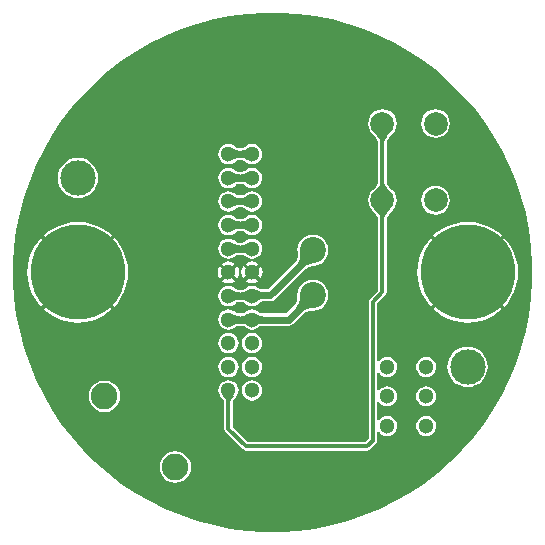
<source format=gtl>
G04*
G04 #@! TF.GenerationSoftware,Altium Limited,Altium Designer,20.1.8 (145)*
G04*
G04 Layer_Physical_Order=1*
G04 Layer_Color=255*
%FSTAX43Y43*%
%MOMM*%
G71*
G04*
G04 #@! TF.SameCoordinates,A8A15C78-E013-4D0F-9F8A-AB315E05CE4F*
G04*
G04*
G04 #@! TF.FilePolarity,Positive*
G04*
G01*
G75*
%ADD16C,0.600*%
%ADD17C,0.300*%
%ADD18C,1.300*%
%ADD19C,2.200*%
%ADD20C,3.000*%
%ADD21C,2.000*%
%ADD22C,2.250*%
%ADD23C,8.000*%
G36*
X0097157Y0096897D02*
X0098584Y0096709D01*
X0099996Y0096428D01*
X0101387Y0096055D01*
X010275Y0095593D01*
X0104081Y0095042D01*
X0105372Y0094405D01*
X0106619Y0093685D01*
X0107816Y0092885D01*
X0108958Y0092008D01*
X0110041Y0091059D01*
X0111059Y0090041D01*
X0112008Y0088958D01*
X0112885Y0087816D01*
X0113685Y0086619D01*
X0114405Y0085372D01*
X0115042Y0084081D01*
X0115593Y008275D01*
X0116055Y0081387D01*
X0116428Y0079996D01*
X0116709Y0078584D01*
X0116897Y0077157D01*
X0116991Y007572D01*
Y0075D01*
Y007428D01*
X0116897Y0072843D01*
X0116709Y0071416D01*
X0116428Y0070004D01*
X0116055Y0068613D01*
X0115593Y0067249D01*
X0115042Y0065919D01*
X0114405Y0064628D01*
X0113685Y0063381D01*
X0112885Y0062184D01*
X0112008Y0061042D01*
X0111059Y0059959D01*
X0110041Y0058941D01*
X0108958Y0057992D01*
X0107816Y0057115D01*
X0106619Y0056315D01*
X0105372Y0055595D01*
X0104081Y0054958D01*
X010275Y0054407D01*
X0101387Y0053945D01*
X0099996Y0053572D01*
X0098584Y0053291D01*
X0097157Y0053103D01*
X009572Y0053009D01*
X009428D01*
X0092843Y0053103D01*
X0091416Y0053291D01*
X0090004Y0053572D01*
X0088613Y0053945D01*
X008725Y0054407D01*
X0085919Y0054958D01*
X0084628Y0055595D01*
X0083381Y0056315D01*
X0082184Y0057115D01*
X0081042Y0057992D01*
X0079959Y0058941D01*
X0078941Y0059959D01*
X0077992Y0061042D01*
X0077115Y0062184D01*
X0076315Y0063381D01*
X0075595Y0064628D01*
X0074958Y0065919D01*
X0074407Y0067249D01*
X0073945Y0068613D01*
X0073572Y0070004D01*
X0073291Y0071416D01*
X0073103Y0072843D01*
X0073009Y007428D01*
Y0075D01*
Y007572D01*
X0073103Y0077157D01*
X0073291Y0078584D01*
X0073572Y0079996D01*
X0073945Y0081387D01*
X0074407Y008275D01*
X0074958Y0084081D01*
X0075595Y0085372D01*
X0076315Y0086619D01*
X0077115Y0087816D01*
X0077992Y0088958D01*
X0078941Y0090041D01*
X0079959Y0091059D01*
X0081042Y0092008D01*
X0082184Y0092885D01*
X0083381Y0093685D01*
X0084628Y0094405D01*
X0085919Y0095042D01*
X008725Y0095593D01*
X0088613Y0096055D01*
X0090004Y0096428D01*
X0091416Y0096709D01*
X0092843Y0096897D01*
X009428Y0096991D01*
X009572D01*
X0097157Y0096897D01*
D02*
G37*
%LPC*%
G36*
X0108789Y0088805D02*
X0108476Y0088764D01*
X0108184Y0088643D01*
X0107933Y0088451D01*
X0107741Y00882D01*
X010762Y0087908D01*
X0107579Y0087595D01*
X010762Y0087282D01*
X0107741Y008699D01*
X0107933Y0086739D01*
X0108184Y0086547D01*
X0108476Y0086426D01*
X0108789Y0086385D01*
X0109102Y0086426D01*
X0109394Y0086547D01*
X0109645Y0086739D01*
X0109837Y008699D01*
X0109958Y0087282D01*
X011Y0087595D01*
X0109958Y0087908D01*
X0109837Y00882D01*
X0109645Y0088451D01*
X0109394Y0088643D01*
X0109102Y0088764D01*
X0108789Y0088805D01*
D02*
G37*
G36*
X009325Y0085857D02*
X0093028Y0085828D01*
X0092821Y0085742D01*
X0092644Y0085606D01*
X0092632Y008559D01*
X0092625Y0085584D01*
X0092606Y0085571D01*
X0092583Y0085558D01*
X0092556Y0085545D01*
X0092524Y0085534D01*
X0092486Y0085524D01*
X0092446Y0085516D01*
X0092385Y008551D01*
X00921D01*
X0092057Y0085515D01*
X0092014Y0085524D01*
X0091976Y0085534D01*
X0091944Y0085545D01*
X0091917Y0085558D01*
X0091894Y0085571D01*
X0091875Y0085584D01*
X0091868Y008559D01*
X0091856Y0085606D01*
X0091679Y0085742D01*
X0091472Y0085828D01*
X009125Y0085857D01*
X0091028Y0085828D01*
X0090821Y0085742D01*
X0090644Y0085606D01*
X0090508Y0085429D01*
X0090422Y0085222D01*
X0090393Y0085D01*
X0090422Y0084778D01*
X0090508Y0084571D01*
X0090644Y0084394D01*
X0090821Y0084258D01*
X0091028Y0084172D01*
X009125Y0084143D01*
X0091472Y0084172D01*
X0091679Y0084258D01*
X0091856Y0084394D01*
X0091868Y008441D01*
X0091875Y0084416D01*
X0091894Y0084429D01*
X0091917Y0084442D01*
X0091944Y0084455D01*
X0091976Y0084466D01*
X0092014Y0084476D01*
X0092054Y0084484D01*
X0092115Y008449D01*
X00924D01*
X0092443Y0084485D01*
X0092486Y0084476D01*
X0092524Y0084466D01*
X0092556Y0084455D01*
X0092583Y0084442D01*
X0092606Y0084429D01*
X0092625Y0084416D01*
X0092632Y008441D01*
X0092644Y0084394D01*
X0092821Y0084258D01*
X0093028Y0084172D01*
X009325Y0084143D01*
X0093472Y0084172D01*
X0093679Y0084258D01*
X0093856Y0084394D01*
X0093992Y0084571D01*
X0094078Y0084778D01*
X0094107Y0085D01*
X0094078Y0085222D01*
X0093992Y0085429D01*
X0093856Y0085606D01*
X0093679Y0085742D01*
X0093472Y0085828D01*
X009325Y0085857D01*
D02*
G37*
G36*
Y0083857D02*
X0093028Y0083828D01*
X0092821Y0083742D01*
X0092644Y0083606D01*
X0092632Y008359D01*
X0092625Y0083584D01*
X0092606Y0083571D01*
X0092583Y0083558D01*
X0092556Y0083545D01*
X0092524Y0083534D01*
X0092486Y0083524D01*
X0092446Y0083516D01*
X0092385Y008351D01*
X00921D01*
X0092057Y0083515D01*
X0092014Y0083524D01*
X0091976Y0083534D01*
X0091944Y0083545D01*
X0091917Y0083558D01*
X0091894Y0083571D01*
X0091875Y0083584D01*
X0091868Y008359D01*
X0091856Y0083606D01*
X0091679Y0083742D01*
X0091472Y0083828D01*
X009125Y0083857D01*
X0091028Y0083828D01*
X0090821Y0083742D01*
X0090644Y0083606D01*
X0090508Y0083429D01*
X0090422Y0083222D01*
X0090393Y0083D01*
X0090422Y0082778D01*
X0090508Y0082571D01*
X0090644Y0082394D01*
X0090821Y0082258D01*
X0091028Y0082172D01*
X009125Y0082143D01*
X0091472Y0082172D01*
X0091679Y0082258D01*
X0091856Y0082394D01*
X0091868Y008241D01*
X0091875Y0082416D01*
X0091894Y0082429D01*
X0091917Y0082442D01*
X0091944Y0082455D01*
X0091976Y0082466D01*
X0092014Y0082476D01*
X0092054Y0082484D01*
X0092115Y008249D01*
X00924D01*
X0092443Y0082485D01*
X0092486Y0082476D01*
X0092524Y0082466D01*
X0092556Y0082455D01*
X0092583Y0082442D01*
X0092606Y0082429D01*
X0092625Y0082416D01*
X0092632Y008241D01*
X0092644Y0082394D01*
X0092821Y0082258D01*
X0093028Y0082172D01*
X009325Y0082143D01*
X0093472Y0082172D01*
X0093679Y0082258D01*
X0093856Y0082394D01*
X0093992Y0082571D01*
X0094078Y0082778D01*
X0094107Y0083D01*
X0094078Y0083222D01*
X0093992Y0083429D01*
X0093856Y0083606D01*
X0093679Y0083742D01*
X0093472Y0083828D01*
X009325Y0083857D01*
D02*
G37*
G36*
Y0081857D02*
X0093028Y0081828D01*
X0092821Y0081742D01*
X0092644Y0081606D01*
X0092632Y008159D01*
X0092625Y0081584D01*
X0092606Y0081571D01*
X0092583Y0081558D01*
X0092556Y0081545D01*
X0092524Y0081534D01*
X0092486Y0081524D01*
X0092446Y0081516D01*
X0092385Y008151D01*
X00921D01*
X0092057Y0081515D01*
X0092014Y0081524D01*
X0091976Y0081534D01*
X0091944Y0081545D01*
X0091917Y0081558D01*
X0091894Y0081571D01*
X0091875Y0081584D01*
X0091868Y008159D01*
X0091856Y0081606D01*
X0091679Y0081742D01*
X0091472Y0081828D01*
X009125Y0081857D01*
X0091028Y0081828D01*
X0090821Y0081742D01*
X0090644Y0081606D01*
X0090508Y0081429D01*
X0090422Y0081222D01*
X0090393Y0081D01*
X0090422Y0080778D01*
X0090508Y0080571D01*
X0090644Y0080394D01*
X0090821Y0080258D01*
X0091028Y0080172D01*
X009125Y0080143D01*
X0091472Y0080172D01*
X0091679Y0080258D01*
X0091856Y0080394D01*
X0091868Y008041D01*
X0091875Y0080416D01*
X0091894Y0080429D01*
X0091917Y0080442D01*
X0091944Y0080455D01*
X0091976Y0080466D01*
X0092014Y0080476D01*
X0092054Y0080484D01*
X0092115Y008049D01*
X00924D01*
X0092443Y0080485D01*
X0092486Y0080476D01*
X0092524Y0080466D01*
X0092556Y0080455D01*
X0092583Y0080442D01*
X0092606Y0080429D01*
X0092625Y0080416D01*
X0092632Y008041D01*
X0092644Y0080394D01*
X0092821Y0080258D01*
X0093028Y0080172D01*
X009325Y0080143D01*
X0093472Y0080172D01*
X0093679Y0080258D01*
X0093856Y0080394D01*
X0093992Y0080571D01*
X0094078Y0080778D01*
X0094107Y0081D01*
X0094078Y0081222D01*
X0093992Y0081429D01*
X0093856Y0081606D01*
X0093679Y0081742D01*
X0093472Y0081828D01*
X009325Y0081857D01*
D02*
G37*
G36*
X00785Y0084708D02*
X0078167Y0084675D01*
X0077846Y0084578D01*
X0077551Y008442D01*
X0077292Y0084208D01*
X007708Y0083949D01*
X0076922Y0083654D01*
X0076825Y0083333D01*
X0076792Y0083D01*
X0076825Y0082667D01*
X0076922Y0082346D01*
X007708Y0082051D01*
X0077292Y0081792D01*
X0077551Y008158D01*
X0077846Y0081422D01*
X0078167Y0081325D01*
X00785Y0081292D01*
X0078833Y0081325D01*
X0079154Y0081422D01*
X0079449Y008158D01*
X0079708Y0081792D01*
X007992Y0082051D01*
X0080078Y0082346D01*
X0080175Y0082667D01*
X0080208Y0083D01*
X0080175Y0083333D01*
X0080078Y0083654D01*
X007992Y0083949D01*
X0079708Y0084208D01*
X0079449Y008442D01*
X0079154Y0084578D01*
X0078833Y0084675D01*
X00785Y0084708D01*
D02*
G37*
G36*
X0108789Y0082305D02*
X0108476Y0082264D01*
X0108184Y0082143D01*
X0107933Y0081951D01*
X0107741Y00817D01*
X010762Y0081408D01*
X0107579Y0081095D01*
X010762Y0080782D01*
X0107741Y008049D01*
X0107933Y0080239D01*
X0108184Y0080047D01*
X0108476Y0079926D01*
X0108789Y0079885D01*
X0109102Y0079926D01*
X0109394Y0080047D01*
X0109645Y0080239D01*
X0109837Y008049D01*
X0109958Y0080782D01*
X011Y0081095D01*
X0109958Y0081408D01*
X0109837Y00817D01*
X0109645Y0081951D01*
X0109394Y0082143D01*
X0109102Y0082264D01*
X0108789Y0082305D01*
D02*
G37*
G36*
X009325Y0079857D02*
X0093028Y0079828D01*
X0092821Y0079742D01*
X0092644Y0079606D01*
X0092632Y007959D01*
X0092625Y0079584D01*
X0092606Y0079571D01*
X0092583Y0079558D01*
X0092556Y0079545D01*
X0092524Y0079534D01*
X0092486Y0079524D01*
X0092446Y0079516D01*
X0092385Y007951D01*
X00921D01*
X0092057Y0079515D01*
X0092014Y0079524D01*
X0091976Y0079534D01*
X0091944Y0079545D01*
X0091917Y0079558D01*
X0091894Y0079571D01*
X0091875Y0079584D01*
X0091868Y007959D01*
X0091856Y0079606D01*
X0091679Y0079742D01*
X0091472Y0079828D01*
X009125Y0079857D01*
X0091028Y0079828D01*
X0090821Y0079742D01*
X0090644Y0079606D01*
X0090508Y0079429D01*
X0090422Y0079222D01*
X0090393Y0079D01*
X0090422Y0078778D01*
X0090508Y0078571D01*
X0090644Y0078394D01*
X0090821Y0078258D01*
X0091028Y0078172D01*
X009125Y0078143D01*
X0091472Y0078172D01*
X0091679Y0078258D01*
X0091856Y0078394D01*
X0091868Y007841D01*
X0091875Y0078416D01*
X0091894Y0078429D01*
X0091917Y0078442D01*
X0091944Y0078455D01*
X0091976Y0078466D01*
X0092014Y0078476D01*
X0092054Y0078484D01*
X0092115Y007849D01*
X00924D01*
X0092443Y0078485D01*
X0092486Y0078476D01*
X0092524Y0078466D01*
X0092556Y0078455D01*
X0092583Y0078442D01*
X0092606Y0078429D01*
X0092625Y0078416D01*
X0092632Y007841D01*
X0092644Y0078394D01*
X0092821Y0078258D01*
X0093028Y0078172D01*
X009325Y0078143D01*
X0093472Y0078172D01*
X0093679Y0078258D01*
X0093856Y0078394D01*
X0093992Y0078571D01*
X0094078Y0078778D01*
X0094107Y0079D01*
X0094078Y0079222D01*
X0093992Y0079429D01*
X0093856Y0079606D01*
X0093679Y0079742D01*
X0093472Y0079828D01*
X009325Y0079857D01*
D02*
G37*
G36*
Y0077857D02*
X0093028Y0077828D01*
X0092821Y0077742D01*
X0092644Y0077606D01*
X0092632Y007759D01*
X0092625Y0077584D01*
X0092606Y0077571D01*
X0092583Y0077558D01*
X0092556Y0077545D01*
X0092524Y0077534D01*
X0092486Y0077524D01*
X0092446Y0077516D01*
X0092385Y007751D01*
X00921D01*
X0092057Y0077515D01*
X0092014Y0077524D01*
X0091976Y0077534D01*
X0091944Y0077545D01*
X0091917Y0077558D01*
X0091894Y0077571D01*
X0091875Y0077584D01*
X0091868Y007759D01*
X0091856Y0077606D01*
X0091679Y0077742D01*
X0091472Y0077828D01*
X009125Y0077857D01*
X0091028Y0077828D01*
X0090821Y0077742D01*
X0090644Y0077606D01*
X0090508Y0077429D01*
X0090422Y0077222D01*
X0090393Y0077D01*
X0090422Y0076778D01*
X0090508Y0076571D01*
X0090644Y0076394D01*
X0090821Y0076258D01*
X0091028Y0076172D01*
X009125Y0076143D01*
X0091472Y0076172D01*
X0091679Y0076258D01*
X0091856Y0076394D01*
X0091868Y007641D01*
X0091875Y0076416D01*
X0091894Y0076429D01*
X0091917Y0076442D01*
X0091944Y0076455D01*
X0091976Y0076466D01*
X0092014Y0076476D01*
X0092054Y0076484D01*
X0092115Y007649D01*
X00924D01*
X0092443Y0076485D01*
X0092486Y0076476D01*
X0092524Y0076466D01*
X0092556Y0076455D01*
X0092583Y0076442D01*
X0092606Y0076429D01*
X0092625Y0076416D01*
X0092632Y007641D01*
X0092644Y0076394D01*
X0092821Y0076258D01*
X0093028Y0076172D01*
X009325Y0076143D01*
X0093472Y0076172D01*
X0093679Y0076258D01*
X0093856Y0076394D01*
X0093992Y0076571D01*
X0094078Y0076778D01*
X0094107Y0077D01*
X0094078Y0077222D01*
X0093992Y0077429D01*
X0093856Y0077606D01*
X0093679Y0077742D01*
X0093472Y0077828D01*
X009325Y0077857D01*
D02*
G37*
G36*
X01115Y0079263D02*
X0110944Y0079227D01*
X0110397Y0079118D01*
X0109869Y0078939D01*
X0109368Y0078692D01*
X0108905Y0078382D01*
X0108599Y0078114D01*
X01115Y0075212D01*
X0114401Y0078114D01*
X0114095Y0078382D01*
X0113632Y0078692D01*
X0113131Y0078939D01*
X0112603Y0079118D01*
X0112056Y0079227D01*
X01115Y0079263D01*
D02*
G37*
G36*
X00785D02*
X0077944Y0079227D01*
X0077397Y0079118D01*
X0076869Y0078939D01*
X0076368Y0078692D01*
X0075905Y0078382D01*
X0075599Y0078114D01*
X00785Y0075212D01*
X0081401Y0078114D01*
X0081095Y0078382D01*
X0080632Y0078692D01*
X0080131Y0078939D01*
X0079603Y0079118D01*
X0079056Y0079227D01*
X00785Y0079263D01*
D02*
G37*
G36*
X009325Y0075912D02*
X0093014Y0075881D01*
X0092794Y007579D01*
X0092725Y0075737D01*
X009325Y0075212D01*
X0093775Y0075737D01*
X0093706Y007579D01*
X0093486Y0075881D01*
X009325Y0075912D01*
D02*
G37*
G36*
X009125D02*
X0091014Y0075881D01*
X0090794Y007579D01*
X0090725Y0075737D01*
X009125Y0075212D01*
X0091775Y0075737D01*
X0091706Y007579D01*
X0091486Y0075881D01*
X009125Y0075912D01*
D02*
G37*
G36*
X0093987Y0075525D02*
X0093462Y0075D01*
X0093987Y0074475D01*
X009404Y0074544D01*
X0094131Y0074764D01*
X0094162Y0075D01*
X0094131Y0075236D01*
X009404Y0075456D01*
X0093987Y0075525D01*
D02*
G37*
G36*
X0091987D02*
X0091462Y0075D01*
X0091987Y0074475D01*
X009204Y0074544D01*
X0092131Y0074764D01*
X0092162Y0075D01*
X0092131Y0075236D01*
X009204Y0075456D01*
X0091987Y0075525D01*
D02*
G37*
G36*
X0092513D02*
X009246Y0075456D01*
X0092369Y0075236D01*
X0092338Y0075D01*
X0092369Y0074764D01*
X009246Y0074544D01*
X0092513Y0074475D01*
X0093038Y0075D01*
X0092513Y0075525D01*
D02*
G37*
G36*
X0090513D02*
X009046Y0075456D01*
X0090369Y0075236D01*
X0090338Y0075D01*
X0090369Y0074764D01*
X009046Y0074544D01*
X0090513Y0074475D01*
X0091038Y0075D01*
X0090513Y0075525D01*
D02*
G37*
G36*
X009325Y0074788D02*
X0092725Y0074263D01*
X0092794Y007421D01*
X0093014Y0074119D01*
X009325Y0074088D01*
X0093486Y0074119D01*
X0093706Y007421D01*
X0093775Y0074263D01*
X009325Y0074788D01*
D02*
G37*
G36*
X009125D02*
X0090725Y0074263D01*
X0090794Y007421D01*
X0091014Y0074119D01*
X009125Y0074088D01*
X0091486Y0074119D01*
X0091706Y007421D01*
X0091775Y0074263D01*
X009125Y0074788D01*
D02*
G37*
G36*
X00984Y0078171D02*
X0098061Y0078127D01*
X0097744Y0077996D01*
X0097473Y0077787D01*
X0097264Y0077516D01*
X0097133Y0077199D01*
X0097089Y007686D01*
X009711Y0076695D01*
X0097109Y0076678D01*
X0097122Y0076563D01*
X0097127Y0076461D01*
X0097123Y0076367D01*
X0097113Y0076279D01*
X0097096Y0076198D01*
X0097072Y0076124D01*
X0097042Y0076055D01*
X0097005Y0075991D01*
X0096968Y0075939D01*
X0094589Y007356D01*
X0094064D01*
X0094024Y0073564D01*
X0093979Y0073572D01*
X0093939Y0073582D01*
X0093904Y0073592D01*
X0093875Y0073604D01*
X009385Y0073617D01*
X0093829Y007363D01*
X0093804Y007365D01*
X0093791Y0073656D01*
X0093679Y0073742D01*
X0093472Y0073828D01*
X009325Y0073857D01*
X0093028Y0073828D01*
X0092821Y0073742D01*
X0092644Y0073606D01*
X0092632Y007359D01*
X0092625Y0073584D01*
X0092606Y0073571D01*
X0092583Y0073558D01*
X0092556Y0073545D01*
X0092524Y0073534D01*
X0092486Y0073524D01*
X0092446Y0073516D01*
X0092385Y007351D01*
X00921D01*
X0092057Y0073515D01*
X0092014Y0073524D01*
X0091976Y0073534D01*
X0091944Y0073545D01*
X0091917Y0073558D01*
X0091894Y0073571D01*
X0091875Y0073584D01*
X0091868Y007359D01*
X0091856Y0073606D01*
X0091679Y0073742D01*
X0091472Y0073828D01*
X009125Y0073857D01*
X0091028Y0073828D01*
X0090821Y0073742D01*
X0090644Y0073606D01*
X0090508Y0073429D01*
X0090422Y0073222D01*
X0090393Y0073D01*
X0090422Y0072778D01*
X0090508Y0072571D01*
X0090644Y0072394D01*
X0090821Y0072258D01*
X0091028Y0072172D01*
X009125Y0072143D01*
X0091472Y0072172D01*
X0091679Y0072258D01*
X0091856Y0072394D01*
X0091868Y007241D01*
X0091875Y0072416D01*
X0091894Y0072429D01*
X0091917Y0072442D01*
X0091944Y0072455D01*
X0091976Y0072466D01*
X0092014Y0072476D01*
X0092054Y0072484D01*
X0092115Y007249D01*
X00924D01*
X0092443Y0072485D01*
X0092486Y0072476D01*
X0092524Y0072466D01*
X0092556Y0072455D01*
X0092583Y0072442D01*
X0092606Y0072429D01*
X0092625Y0072416D01*
X0092632Y007241D01*
X0092644Y0072394D01*
X0092821Y0072258D01*
X0093028Y0072172D01*
X009325Y0072143D01*
X0093472Y0072172D01*
X0093679Y0072258D01*
X0093856Y0072394D01*
X009389Y0072437D01*
X0093896Y0072442D01*
X0093918Y0072465D01*
X0093934Y0072478D01*
X0093953Y0072491D01*
X0093978Y0072503D01*
X0094007Y0072515D01*
X0094043Y0072525D01*
X0094084Y0072534D01*
X0094128Y007254D01*
X00948D01*
X0094995Y0072579D01*
X009516Y007269D01*
X0097751Y0075281D01*
X0097798Y0075316D01*
X0097866Y0075359D01*
X0097941Y0075399D01*
X0098025Y0075436D01*
X0098116Y007547D01*
X0098213Y0075499D01*
X0098442Y0075548D01*
X0098567Y0075567D01*
X0098585Y0075573D01*
X0098739Y0075593D01*
X0099056Y0075724D01*
X0099327Y0075933D01*
X0099536Y0076204D01*
X0099667Y0076521D01*
X0099711Y007686D01*
X0099667Y0077199D01*
X0099536Y0077516D01*
X0099327Y0077787D01*
X0099056Y0077996D01*
X0098739Y0078127D01*
X00984Y0078171D01*
D02*
G37*
G36*
X0114614Y0077901D02*
X0111712Y0075D01*
X0114614Y0072099D01*
X0114882Y0072405D01*
X0115192Y0072868D01*
X0115439Y0073369D01*
X0115618Y0073897D01*
X0115727Y0074444D01*
X0115763Y0075D01*
X0115727Y0075556D01*
X0115618Y0076103D01*
X0115439Y0076631D01*
X0115192Y0077132D01*
X0114882Y0077595D01*
X0114614Y0077901D01*
D02*
G37*
G36*
X0075386Y0077901D02*
X0075118Y0077595D01*
X0074808Y0077132D01*
X0074561Y0076631D01*
X0074382Y0076103D01*
X0074273Y0075556D01*
X0074237Y0075D01*
X0074273Y0074444D01*
X0074382Y0073897D01*
X0074561Y0073369D01*
X0074808Y0072868D01*
X0075118Y0072405D01*
X0075386Y0072099D01*
X0078288Y0075D01*
X0075386Y0077901D01*
D02*
G37*
G36*
X0108386Y0077901D02*
X0108118Y0077595D01*
X0107808Y0077132D01*
X0107561Y0076631D01*
X0107382Y0076103D01*
X0107273Y0075556D01*
X0107237Y0075D01*
X0107273Y0074444D01*
X0107382Y0073897D01*
X0107561Y0073369D01*
X0107808Y0072868D01*
X0108118Y0072405D01*
X0108386Y0072099D01*
X0111288Y0075D01*
X0108386Y0077901D01*
D02*
G37*
G36*
X0081614Y0077901D02*
X0078712Y0075D01*
X0081614Y0072099D01*
X0081882Y0072405D01*
X0082192Y0072868D01*
X0082439Y0073369D01*
X0082618Y0073897D01*
X0082727Y0074444D01*
X0082763Y0075D01*
X0082727Y0075556D01*
X0082618Y0076103D01*
X0082439Y0076631D01*
X0082192Y0077132D01*
X0081882Y0077595D01*
X0081614Y0077901D01*
D02*
G37*
G36*
X00984Y0074361D02*
X0098061Y0074317D01*
X0097744Y0074186D01*
X0097473Y0073977D01*
X0097264Y0073706D01*
X0097133Y0073389D01*
X0097089Y007305D01*
X0097095Y0072999D01*
X0097094Y007292D01*
X0097086Y007281D01*
X0097072Y0072708D01*
X0097053Y0072613D01*
X0097028Y0072526D01*
X0096998Y0072446D01*
X0096963Y0072373D01*
X0096923Y0072307D01*
X0096886Y0072257D01*
X0096139Y007151D01*
X00941D01*
X0094057Y0071515D01*
X0094014Y0071524D01*
X0093976Y0071534D01*
X0093944Y0071545D01*
X0093917Y0071558D01*
X0093894Y0071571D01*
X0093875Y0071584D01*
X0093868Y007159D01*
X0093856Y0071606D01*
X0093679Y0071742D01*
X0093472Y0071828D01*
X009325Y0071857D01*
X0093028Y0071828D01*
X0092821Y0071742D01*
X0092644Y0071606D01*
X0092632Y007159D01*
X0092625Y0071584D01*
X0092606Y0071571D01*
X0092583Y0071558D01*
X0092556Y0071545D01*
X0092524Y0071534D01*
X0092486Y0071524D01*
X0092446Y0071516D01*
X0092385Y007151D01*
X00921D01*
X0092057Y0071515D01*
X0092014Y0071524D01*
X0091976Y0071534D01*
X0091944Y0071545D01*
X0091917Y0071558D01*
X0091894Y0071571D01*
X0091875Y0071584D01*
X0091868Y007159D01*
X0091856Y0071606D01*
X0091679Y0071742D01*
X0091472Y0071828D01*
X009125Y0071857D01*
X0091028Y0071828D01*
X0090821Y0071742D01*
X0090644Y0071606D01*
X0090508Y0071429D01*
X0090422Y0071222D01*
X0090393Y0071D01*
X0090422Y0070778D01*
X0090508Y0070571D01*
X0090644Y0070394D01*
X0090821Y0070258D01*
X0091028Y0070172D01*
X009125Y0070143D01*
X0091472Y0070172D01*
X0091679Y0070258D01*
X0091856Y0070394D01*
X0091868Y007041D01*
X0091875Y0070416D01*
X0091894Y0070429D01*
X0091917Y0070442D01*
X0091944Y0070455D01*
X0091976Y0070466D01*
X0092014Y0070476D01*
X0092054Y0070484D01*
X0092115Y007049D01*
X00924D01*
X0092443Y0070485D01*
X0092486Y0070476D01*
X0092524Y0070466D01*
X0092556Y0070455D01*
X0092583Y0070442D01*
X0092606Y0070429D01*
X0092625Y0070416D01*
X0092632Y007041D01*
X0092644Y0070394D01*
X0092821Y0070258D01*
X0093028Y0070172D01*
X009325Y0070143D01*
X0093472Y0070172D01*
X0093679Y0070258D01*
X0093856Y0070394D01*
X0093868Y007041D01*
X0093875Y0070416D01*
X0093894Y0070429D01*
X0093917Y0070442D01*
X0093944Y0070455D01*
X0093976Y0070466D01*
X0094014Y0070476D01*
X0094054Y0070484D01*
X0094115Y007049D01*
X009635D01*
X0096545Y0070529D01*
X009671Y007064D01*
X0097607Y0071536D01*
X0097657Y0071573D01*
X0097723Y0071613D01*
X0097796Y0071648D01*
X0097876Y0071678D01*
X0097963Y0071703D01*
X0098058Y0071722D01*
X009816Y0071736D01*
X009827Y0071744D01*
X0098349Y0071745D01*
X00984Y0071739D01*
X0098739Y0071783D01*
X0099056Y0071914D01*
X0099327Y0072123D01*
X0099536Y0072394D01*
X0099667Y0072711D01*
X0099711Y007305D01*
X0099667Y0073389D01*
X0099536Y0073706D01*
X0099327Y0073977D01*
X0099056Y0074186D01*
X0098739Y0074317D01*
X00984Y0074361D01*
D02*
G37*
G36*
X01115Y0074788D02*
X0108599Y0071886D01*
X0108905Y0071618D01*
X0109368Y0071308D01*
X0109869Y0071061D01*
X0110397Y0070882D01*
X0110944Y0070773D01*
X01115Y0070737D01*
X0112056Y0070773D01*
X0112603Y0070882D01*
X0113131Y0071061D01*
X0113632Y0071308D01*
X0114095Y0071618D01*
X0114401Y0071886D01*
X01115Y0074788D01*
D02*
G37*
G36*
X00785Y0074788D02*
X0075599Y0071886D01*
X0075905Y0071618D01*
X0076368Y0071308D01*
X0076869Y0071061D01*
X0077397Y0070882D01*
X0077944Y0070773D01*
X00785Y0070737D01*
X0079056Y0070773D01*
X0079603Y0070882D01*
X0080131Y0071061D01*
X0080632Y0071308D01*
X0081095Y0071618D01*
X0081401Y0071886D01*
X00785Y0074788D01*
D02*
G37*
G36*
X009325Y0069857D02*
X0093028Y0069828D01*
X0092821Y0069742D01*
X0092644Y0069606D01*
X0092508Y0069429D01*
X0092422Y0069222D01*
X0092393Y0069D01*
X0092422Y0068778D01*
X0092508Y0068571D01*
X0092644Y0068394D01*
X0092821Y0068258D01*
X0093028Y0068172D01*
X009325Y0068143D01*
X0093472Y0068172D01*
X0093679Y0068258D01*
X0093856Y0068394D01*
X0093992Y0068571D01*
X0094078Y0068778D01*
X0094107Y0069D01*
X0094078Y0069222D01*
X0093992Y0069429D01*
X0093856Y0069606D01*
X0093679Y0069742D01*
X0093472Y0069828D01*
X009325Y0069857D01*
D02*
G37*
G36*
X009125D02*
X0091028Y0069828D01*
X0090821Y0069742D01*
X0090644Y0069606D01*
X0090508Y0069429D01*
X0090422Y0069222D01*
X0090393Y0069D01*
X0090422Y0068778D01*
X0090508Y0068571D01*
X0090644Y0068394D01*
X0090821Y0068258D01*
X0091028Y0068172D01*
X009125Y0068143D01*
X0091472Y0068172D01*
X0091679Y0068258D01*
X0091856Y0068394D01*
X0091992Y0068571D01*
X0092078Y0068778D01*
X0092107Y0069D01*
X0092078Y0069222D01*
X0091992Y0069429D01*
X0091856Y0069606D01*
X0091679Y0069742D01*
X0091472Y0069828D01*
X009125Y0069857D01*
D02*
G37*
G36*
X0108Y0067857D02*
X0107778Y0067828D01*
X0107571Y0067742D01*
X0107394Y0067606D01*
X0107258Y0067429D01*
X0107172Y0067222D01*
X0107143Y0067D01*
X0107172Y0066778D01*
X0107258Y0066571D01*
X0107394Y0066394D01*
X0107571Y0066258D01*
X0107778Y0066172D01*
X0108Y0066143D01*
X0108222Y0066172D01*
X0108429Y0066258D01*
X0108606Y0066394D01*
X0108742Y0066571D01*
X0108828Y0066778D01*
X0108857Y0067D01*
X0108828Y0067222D01*
X0108742Y0067429D01*
X0108606Y0067606D01*
X0108429Y0067742D01*
X0108222Y0067828D01*
X0108Y0067857D01*
D02*
G37*
G36*
X0104289Y0088805D02*
X0103976Y0088764D01*
X0103684Y0088643D01*
X0103433Y0088451D01*
X0103241Y00882D01*
X010312Y0087908D01*
X0103079Y0087595D01*
X010312Y0087282D01*
X0103241Y008699D01*
X0103433Y0086739D01*
X0103471Y008671D01*
X0103545Y0086636D01*
X0103712Y0086446D01*
X0103776Y0086363D01*
X0103829Y0086284D01*
X010387Y0086212D01*
X0103901Y0086148D01*
X0103921Y0086092D01*
X0103932Y0086045D01*
X0103932Y0086035D01*
Y0082655D01*
X0103932Y0082645D01*
X0103921Y0082598D01*
X0103901Y0082542D01*
X010387Y0082478D01*
X0103829Y0082406D01*
X0103776Y0082327D01*
X0103712Y0082244D01*
X0103545Y0082054D01*
X0103471Y008198D01*
X0103433Y0081951D01*
X0103241Y00817D01*
X010312Y0081408D01*
X0103079Y0081095D01*
X010312Y0080782D01*
X0103241Y008049D01*
X0103433Y0080239D01*
X0103471Y008021D01*
X0103545Y0080136D01*
X0103712Y0079946D01*
X0103776Y0079863D01*
X0103829Y0079784D01*
X010387Y0079712D01*
X0103901Y0079648D01*
X0103921Y0079592D01*
X0103932Y0079545D01*
X0103932Y0079535D01*
Y0073437D01*
X0103248Y0072752D01*
X010317Y0072637D01*
X0103143Y00725D01*
Y0060898D01*
X0102852Y0060607D01*
X0092898D01*
X0091607Y0061898D01*
Y0064012D01*
X0091611Y0064038D01*
X0091621Y0064072D01*
X0091635Y0064109D01*
X0091655Y0064149D01*
X0091681Y0064192D01*
X0091712Y0064236D01*
X0091798Y006434D01*
X0091837Y0064379D01*
X0091856Y0064394D01*
X0091992Y0064571D01*
X0092078Y0064778D01*
X0092107Y0065D01*
X0092078Y0065222D01*
X0091992Y0065429D01*
X0091856Y0065606D01*
X0091679Y0065742D01*
X0091472Y0065828D01*
X009125Y0065857D01*
X0091028Y0065828D01*
X0090821Y0065742D01*
X0090644Y0065606D01*
X0090508Y0065429D01*
X0090422Y0065222D01*
X0090393Y0065D01*
X0090422Y0064778D01*
X0090508Y0064571D01*
X0090644Y0064394D01*
X0090663Y0064379D01*
X0090703Y0064338D01*
X0090748Y0064287D01*
X0090787Y0064238D01*
X0090819Y0064192D01*
X0090845Y0064149D01*
X0090865Y0064109D01*
X0090879Y0064072D01*
X0090889Y0064038D01*
X0090893Y0064012D01*
Y006175D01*
X009092Y0061613D01*
X0090998Y0061498D01*
X0092498Y0059998D01*
X0092613Y005992D01*
X009275Y0059893D01*
X0103D01*
X0103137Y005992D01*
X0103252Y0059998D01*
X0103752Y0060498D01*
X010383Y0060613D01*
X0103857Y006075D01*
Y0061494D01*
X0103984Y0061537D01*
X0104094Y0061394D01*
X0104271Y0061258D01*
X0104478Y0061172D01*
X01047Y0061143D01*
X0104922Y0061172D01*
X0105129Y0061258D01*
X0105306Y0061394D01*
X0105442Y0061571D01*
X0105528Y0061778D01*
X0105557Y0062D01*
X0105528Y0062222D01*
X0105442Y0062429D01*
X0105306Y0062606D01*
X0105129Y0062742D01*
X0104922Y0062828D01*
X01047Y0062857D01*
X0104478Y0062828D01*
X0104271Y0062742D01*
X0104094Y0062606D01*
X0103984Y0062463D01*
X0103857Y0062506D01*
Y0063994D01*
X0103984Y0064037D01*
X0104094Y0063894D01*
X0104271Y0063758D01*
X0104478Y0063672D01*
X01047Y0063643D01*
X0104922Y0063672D01*
X0105129Y0063758D01*
X0105306Y0063894D01*
X0105442Y0064071D01*
X0105528Y0064278D01*
X0105557Y00645D01*
X0105528Y0064722D01*
X0105442Y0064929D01*
X0105306Y0065106D01*
X0105129Y0065242D01*
X0104922Y0065328D01*
X01047Y0065357D01*
X0104478Y0065328D01*
X0104271Y0065242D01*
X0104094Y0065106D01*
X0103984Y0064963D01*
X0103857Y0065006D01*
Y0066494D01*
X0103984Y0066537D01*
X0104094Y0066394D01*
X0104271Y0066258D01*
X0104478Y0066172D01*
X01047Y0066143D01*
X0104922Y0066172D01*
X0105129Y0066258D01*
X0105306Y0066394D01*
X0105442Y0066571D01*
X0105528Y0066778D01*
X0105557Y0067D01*
X0105528Y0067222D01*
X0105442Y0067429D01*
X0105306Y0067606D01*
X0105129Y0067742D01*
X0104922Y0067828D01*
X01047Y0067857D01*
X0104478Y0067828D01*
X0104271Y0067742D01*
X0104094Y0067606D01*
X0103984Y0067463D01*
X0103857Y0067506D01*
Y0072352D01*
X0104541Y0073037D01*
X0104619Y0073153D01*
X0104646Y0073289D01*
Y0079535D01*
X0104647Y0079545D01*
X0104657Y0079592D01*
X0104677Y0079648D01*
X0104708Y0079712D01*
X010475Y0079784D01*
X0104803Y0079863D01*
X0104866Y0079946D01*
X0105034Y0080136D01*
X0105107Y008021D01*
X0105145Y0080239D01*
X0105337Y008049D01*
X0105458Y0080782D01*
X01055Y0081095D01*
X0105458Y0081408D01*
X0105337Y00817D01*
X0105145Y0081951D01*
X0105107Y008198D01*
X0105034Y0082054D01*
X0104866Y0082244D01*
X0104803Y0082327D01*
X010475Y0082406D01*
X0104708Y0082478D01*
X0104677Y0082542D01*
X0104657Y0082598D01*
X0104647Y0082645D01*
X0104646Y0082655D01*
Y0086035D01*
X0104647Y0086045D01*
X0104657Y0086092D01*
X0104677Y0086148D01*
X0104708Y0086212D01*
X010475Y0086284D01*
X0104803Y0086363D01*
X0104866Y0086446D01*
X0105034Y0086636D01*
X0105107Y008671D01*
X0105145Y0086739D01*
X0105337Y008699D01*
X0105458Y0087282D01*
X01055Y0087595D01*
X0105458Y0087908D01*
X0105337Y00882D01*
X0105145Y0088451D01*
X0104894Y0088643D01*
X0104602Y0088764D01*
X0104289Y0088805D01*
D02*
G37*
G36*
X009325Y0067857D02*
X0093028Y0067828D01*
X0092821Y0067742D01*
X0092644Y0067606D01*
X0092508Y0067429D01*
X0092422Y0067222D01*
X0092393Y0067D01*
X0092422Y0066778D01*
X0092508Y0066571D01*
X0092644Y0066394D01*
X0092821Y0066258D01*
X0093028Y0066172D01*
X009325Y0066143D01*
X0093472Y0066172D01*
X0093679Y0066258D01*
X0093856Y0066394D01*
X0093992Y0066571D01*
X0094078Y0066778D01*
X0094107Y0067D01*
X0094078Y0067222D01*
X0093992Y0067429D01*
X0093856Y0067606D01*
X0093679Y0067742D01*
X0093472Y0067828D01*
X009325Y0067857D01*
D02*
G37*
G36*
X009125D02*
X0091028Y0067828D01*
X0090821Y0067742D01*
X0090644Y0067606D01*
X0090508Y0067429D01*
X0090422Y0067222D01*
X0090393Y0067D01*
X0090422Y0066778D01*
X0090508Y0066571D01*
X0090644Y0066394D01*
X0090821Y0066258D01*
X0091028Y0066172D01*
X009125Y0066143D01*
X0091472Y0066172D01*
X0091679Y0066258D01*
X0091856Y0066394D01*
X0091992Y0066571D01*
X0092078Y0066778D01*
X0092107Y0067D01*
X0092078Y0067222D01*
X0091992Y0067429D01*
X0091856Y0067606D01*
X0091679Y0067742D01*
X0091472Y0067828D01*
X009125Y0067857D01*
D02*
G37*
G36*
X01115Y0068708D02*
X0111167Y0068675D01*
X0110846Y0068578D01*
X0110551Y006842D01*
X0110292Y0068208D01*
X011008Y0067949D01*
X0109922Y0067654D01*
X0109825Y0067333D01*
X0109792Y0067D01*
X0109825Y0066667D01*
X0109922Y0066346D01*
X011008Y0066051D01*
X0110292Y0065792D01*
X0110551Y006558D01*
X0110846Y0065422D01*
X0111167Y0065325D01*
X01115Y0065292D01*
X0111833Y0065325D01*
X0112154Y0065422D01*
X0112449Y006558D01*
X0112708Y0065792D01*
X011292Y0066051D01*
X0113078Y0066346D01*
X0113175Y0066667D01*
X0113208Y0067D01*
X0113175Y0067333D01*
X0113078Y0067654D01*
X011292Y0067949D01*
X0112708Y0068208D01*
X0112449Y006842D01*
X0112154Y0068578D01*
X0111833Y0068675D01*
X01115Y0068708D01*
D02*
G37*
G36*
X009325Y0065857D02*
X0093028Y0065828D01*
X0092821Y0065742D01*
X0092644Y0065606D01*
X0092508Y0065429D01*
X0092422Y0065222D01*
X0092393Y0065D01*
X0092422Y0064778D01*
X0092508Y0064571D01*
X0092644Y0064394D01*
X0092821Y0064258D01*
X0093028Y0064172D01*
X009325Y0064143D01*
X0093472Y0064172D01*
X0093679Y0064258D01*
X0093856Y0064394D01*
X0093992Y0064571D01*
X0094078Y0064778D01*
X0094107Y0065D01*
X0094078Y0065222D01*
X0093992Y0065429D01*
X0093856Y0065606D01*
X0093679Y0065742D01*
X0093472Y0065828D01*
X009325Y0065857D01*
D02*
G37*
G36*
X0108Y0065357D02*
X0107778Y0065328D01*
X0107571Y0065242D01*
X0107394Y0065106D01*
X0107258Y0064929D01*
X0107172Y0064722D01*
X0107143Y00645D01*
X0107172Y0064278D01*
X0107258Y0064071D01*
X0107394Y0063894D01*
X0107571Y0063758D01*
X0107778Y0063672D01*
X0108Y0063643D01*
X0108222Y0063672D01*
X0108429Y0063758D01*
X0108606Y0063894D01*
X0108742Y0064071D01*
X0108828Y0064278D01*
X0108857Y00645D01*
X0108828Y0064722D01*
X0108742Y0064929D01*
X0108606Y0065106D01*
X0108429Y0065242D01*
X0108222Y0065328D01*
X0108Y0065357D01*
D02*
G37*
G36*
X008075Y0065836D02*
X0080404Y0065791D01*
X0080082Y0065657D01*
X0079805Y0065445D01*
X0079593Y0065168D01*
X0079459Y0064846D01*
X0079414Y00645D01*
X0079459Y0064154D01*
X0079593Y0063832D01*
X0079805Y0063555D01*
X0080082Y0063343D01*
X0080404Y0063209D01*
X008075Y0063164D01*
X0081096Y0063209D01*
X0081418Y0063343D01*
X0081695Y0063555D01*
X0081907Y0063832D01*
X0082041Y0064154D01*
X0082086Y00645D01*
X0082041Y0064846D01*
X0081907Y0065168D01*
X0081695Y0065445D01*
X0081418Y0065657D01*
X0081096Y0065791D01*
X008075Y0065836D01*
D02*
G37*
G36*
X0108Y0062857D02*
X0107778Y0062828D01*
X0107571Y0062742D01*
X0107394Y0062606D01*
X0107258Y0062429D01*
X0107172Y0062222D01*
X0107143Y0062D01*
X0107172Y0061778D01*
X0107258Y0061571D01*
X0107394Y0061394D01*
X0107571Y0061258D01*
X0107778Y0061172D01*
X0108Y0061143D01*
X0108222Y0061172D01*
X0108429Y0061258D01*
X0108606Y0061394D01*
X0108742Y0061571D01*
X0108828Y0061778D01*
X0108857Y0062D01*
X0108828Y0062222D01*
X0108742Y0062429D01*
X0108606Y0062606D01*
X0108429Y0062742D01*
X0108222Y0062828D01*
X0108Y0062857D01*
D02*
G37*
G36*
X008675Y0059836D02*
X0086404Y0059791D01*
X0086082Y0059657D01*
X0085805Y0059445D01*
X0085593Y0059168D01*
X0085459Y0058846D01*
X0085414Y00585D01*
X0085459Y0058154D01*
X0085593Y0057832D01*
X0085805Y0057555D01*
X0086082Y0057343D01*
X0086404Y0057209D01*
X008675Y0057164D01*
X0087096Y0057209D01*
X0087418Y0057343D01*
X0087695Y0057555D01*
X0087907Y0057832D01*
X0088041Y0058154D01*
X0088086Y00585D01*
X0088041Y0058846D01*
X0087907Y0059168D01*
X0087695Y0059445D01*
X0087418Y0059657D01*
X0087096Y0059791D01*
X008675Y0059836D01*
D02*
G37*
%LPD*%
G36*
X0092786Y0084545D02*
X0092753Y0084574D01*
X0092717Y0084601D01*
X0092677Y0084624D01*
X0092632Y0084644D01*
X0092584Y0084661D01*
X0092532Y0084675D01*
X0092476Y0084686D01*
X0092416Y0084694D01*
X0092351Y0084698D01*
X0092283Y00847D01*
Y00853D01*
X0092351Y0085302D01*
X0092476Y0085314D01*
X0092532Y0085325D01*
X0092584Y0085339D01*
X0092632Y0085356D01*
X0092677Y0085376D01*
X0092717Y0085399D01*
X0092753Y0085426D01*
X0092786Y0085455D01*
Y0084545D01*
D02*
G37*
G36*
X0091747Y0085426D02*
X0091783Y0085399D01*
X0091823Y0085376D01*
X0091868Y0085356D01*
X0091916Y0085339D01*
X0091968Y0085325D01*
X0092024Y0085314D01*
X0092084Y0085306D01*
X0092149Y0085302D01*
X0092217Y00853D01*
Y00847D01*
X0092149Y0084698D01*
X0092024Y0084686D01*
X0091968Y0084675D01*
X0091916Y0084661D01*
X0091868Y0084644D01*
X0091823Y0084624D01*
X0091783Y0084601D01*
X0091747Y0084574D01*
X0091714Y0084545D01*
Y0085455D01*
X0091747Y0085426D01*
D02*
G37*
G36*
X0092786Y0082545D02*
X0092753Y0082574D01*
X0092717Y0082601D01*
X0092677Y0082624D01*
X0092632Y0082644D01*
X0092584Y0082661D01*
X0092532Y0082675D01*
X0092476Y0082686D01*
X0092416Y0082694D01*
X0092351Y0082698D01*
X0092283Y00827D01*
Y00833D01*
X0092351Y0083302D01*
X0092476Y0083314D01*
X0092532Y0083325D01*
X0092584Y0083339D01*
X0092632Y0083356D01*
X0092677Y0083376D01*
X0092717Y0083399D01*
X0092753Y0083426D01*
X0092786Y0083455D01*
Y0082545D01*
D02*
G37*
G36*
X0091747Y0083426D02*
X0091783Y0083399D01*
X0091823Y0083376D01*
X0091868Y0083356D01*
X0091916Y0083339D01*
X0091968Y0083325D01*
X0092024Y0083314D01*
X0092084Y0083306D01*
X0092149Y0083302D01*
X0092217Y00833D01*
Y00827D01*
X0092149Y0082698D01*
X0092024Y0082686D01*
X0091968Y0082675D01*
X0091916Y0082661D01*
X0091868Y0082644D01*
X0091823Y0082624D01*
X0091783Y0082601D01*
X0091747Y0082574D01*
X0091714Y0082545D01*
Y0083455D01*
X0091747Y0083426D01*
D02*
G37*
G36*
X0092786Y0080545D02*
X0092753Y0080574D01*
X0092717Y0080601D01*
X0092677Y0080624D01*
X0092632Y0080644D01*
X0092584Y0080661D01*
X0092532Y0080675D01*
X0092476Y0080686D01*
X0092416Y0080694D01*
X0092351Y0080698D01*
X0092283Y00807D01*
Y00813D01*
X0092351Y0081302D01*
X0092476Y0081314D01*
X0092532Y0081325D01*
X0092584Y0081339D01*
X0092632Y0081356D01*
X0092677Y0081376D01*
X0092717Y0081399D01*
X0092753Y0081426D01*
X0092786Y0081455D01*
Y0080545D01*
D02*
G37*
G36*
X0091747Y0081426D02*
X0091783Y0081399D01*
X0091823Y0081376D01*
X0091868Y0081356D01*
X0091916Y0081339D01*
X0091968Y0081325D01*
X0092024Y0081314D01*
X0092084Y0081306D01*
X0092149Y0081302D01*
X0092217Y00813D01*
Y00807D01*
X0092149Y0080698D01*
X0092024Y0080686D01*
X0091968Y0080675D01*
X0091916Y0080661D01*
X0091868Y0080644D01*
X0091823Y0080624D01*
X0091783Y0080601D01*
X0091747Y0080574D01*
X0091714Y0080545D01*
Y0081455D01*
X0091747Y0081426D01*
D02*
G37*
G36*
X0092786Y0078545D02*
X0092753Y0078574D01*
X0092717Y0078601D01*
X0092677Y0078624D01*
X0092632Y0078644D01*
X0092584Y0078661D01*
X0092532Y0078675D01*
X0092476Y0078686D01*
X0092416Y0078694D01*
X0092351Y0078698D01*
X0092283Y00787D01*
Y00793D01*
X0092351Y0079302D01*
X0092476Y0079314D01*
X0092532Y0079325D01*
X0092584Y0079339D01*
X0092632Y0079356D01*
X0092677Y0079376D01*
X0092717Y0079399D01*
X0092753Y0079426D01*
X0092786Y0079455D01*
Y0078545D01*
D02*
G37*
G36*
X0091747Y0079426D02*
X0091783Y0079399D01*
X0091823Y0079376D01*
X0091868Y0079356D01*
X0091916Y0079339D01*
X0091968Y0079325D01*
X0092024Y0079314D01*
X0092084Y0079306D01*
X0092149Y0079302D01*
X0092217Y00793D01*
Y00787D01*
X0092149Y0078698D01*
X0092024Y0078686D01*
X0091968Y0078675D01*
X0091916Y0078661D01*
X0091868Y0078644D01*
X0091823Y0078624D01*
X0091783Y0078601D01*
X0091747Y0078574D01*
X0091714Y0078545D01*
Y0079455D01*
X0091747Y0079426D01*
D02*
G37*
G36*
X0092786Y0076545D02*
X0092753Y0076574D01*
X0092717Y0076601D01*
X0092677Y0076624D01*
X0092632Y0076644D01*
X0092584Y0076661D01*
X0092532Y0076675D01*
X0092476Y0076686D01*
X0092416Y0076694D01*
X0092351Y0076698D01*
X0092283Y00767D01*
Y00773D01*
X0092351Y0077302D01*
X0092476Y0077314D01*
X0092532Y0077325D01*
X0092584Y0077339D01*
X0092632Y0077356D01*
X0092677Y0077376D01*
X0092717Y0077399D01*
X0092753Y0077426D01*
X0092786Y0077455D01*
Y0076545D01*
D02*
G37*
G36*
X0091747Y0077426D02*
X0091783Y0077399D01*
X0091823Y0077376D01*
X0091868Y0077356D01*
X0091916Y0077339D01*
X0091968Y0077325D01*
X0092024Y0077314D01*
X0092084Y0077306D01*
X0092149Y0077302D01*
X0092217Y00773D01*
Y00767D01*
X0092149Y0076698D01*
X0092024Y0076686D01*
X0091968Y0076675D01*
X0091916Y0076661D01*
X0091868Y0076644D01*
X0091823Y0076624D01*
X0091783Y0076601D01*
X0091747Y0076574D01*
X0091714Y0076545D01*
Y0077455D01*
X0091747Y0077426D01*
D02*
G37*
G36*
X0098538Y0075769D02*
X0098405Y0075749D01*
X0098162Y0075696D01*
X0098051Y0075663D01*
X0097948Y0075625D01*
X0097852Y0075582D01*
X0097763Y0075535D01*
X0097682Y0075483D01*
X0097607Y0075427D01*
X009754Y0075366D01*
X0097056Y007573D01*
X0097121Y0075802D01*
X0097177Y007588D01*
X0097225Y0075963D01*
X0097263Y0076052D01*
X0097293Y0076146D01*
X0097314Y0076246D01*
X0097327Y0076351D01*
X0097331Y0076462D01*
X0097325Y0076579D01*
X0097312Y0076701D01*
X0098538Y0075769D01*
D02*
G37*
G36*
X0093712Y0073463D02*
X0093749Y0073439D01*
X0093791Y0073418D01*
X0093836Y00734D01*
X0093885Y0073385D01*
X0093938Y0073372D01*
X0093995Y0073363D01*
X0094055Y0073356D01*
X0094188Y007335D01*
X009424Y007275D01*
X0094172Y0072748D01*
X0094108Y0072743D01*
X0094048Y0072735D01*
X0093993Y0072723D01*
X0093941Y0072708D01*
X0093894Y007269D01*
X0093851Y0072668D01*
X0093813Y0072643D01*
X0093778Y0072614D01*
X0093748Y0072582D01*
X0093678Y0073489D01*
X0093712Y0073463D01*
D02*
G37*
G36*
X0092786Y0072545D02*
X0092753Y0072574D01*
X0092717Y0072601D01*
X0092677Y0072624D01*
X0092632Y0072644D01*
X0092584Y0072661D01*
X0092532Y0072675D01*
X0092476Y0072686D01*
X0092416Y0072694D01*
X0092351Y0072698D01*
X0092283Y00727D01*
Y00733D01*
X0092351Y0073302D01*
X0092476Y0073314D01*
X0092532Y0073325D01*
X0092584Y0073339D01*
X0092632Y0073356D01*
X0092677Y0073376D01*
X0092717Y0073399D01*
X0092753Y0073426D01*
X0092786Y0073455D01*
Y0072545D01*
D02*
G37*
G36*
X0091747Y0073426D02*
X0091783Y0073399D01*
X0091823Y0073376D01*
X0091868Y0073356D01*
X0091916Y0073339D01*
X0091968Y0073325D01*
X0092024Y0073314D01*
X0092084Y0073306D01*
X0092149Y0073302D01*
X0092217Y00733D01*
Y00727D01*
X0092149Y0072698D01*
X0092024Y0072686D01*
X0091968Y0072675D01*
X0091916Y0072661D01*
X0091868Y0072644D01*
X0091823Y0072624D01*
X0091783Y0072601D01*
X0091747Y0072574D01*
X0091714Y0072545D01*
Y0073455D01*
X0091747Y0073426D01*
D02*
G37*
G36*
X0098389Y007195D02*
X0098261Y0071948D01*
X0098139Y0071939D01*
X0098023Y0071923D01*
X0097914Y0071901D01*
X0097812Y0071872D01*
X0097716Y0071835D01*
X0097627Y0071792D01*
X0097544Y0071743D01*
X0097467Y0071686D01*
X0097397Y0071623D01*
X0096973Y0072047D01*
X0097036Y0072117D01*
X0097093Y0072194D01*
X0097142Y0072277D01*
X0097185Y0072366D01*
X0097222Y0072462D01*
X0097251Y0072564D01*
X0097273Y0072673D01*
X0097289Y0072789D01*
X0097298Y0072911D01*
X00973Y0073039D01*
X0098389Y007195D01*
D02*
G37*
G36*
X0093747Y0071426D02*
X0093783Y0071399D01*
X0093823Y0071376D01*
X0093868Y0071356D01*
X0093916Y0071339D01*
X0093968Y0071325D01*
X0094024Y0071314D01*
X0094084Y0071306D01*
X0094149Y0071302D01*
X0094217Y00713D01*
Y00707D01*
X0094149Y0070698D01*
X0094024Y0070686D01*
X0093968Y0070675D01*
X0093916Y0070661D01*
X0093868Y0070644D01*
X0093823Y0070624D01*
X0093783Y0070601D01*
X0093747Y0070574D01*
X0093714Y0070545D01*
Y0071455D01*
X0093747Y0071426D01*
D02*
G37*
G36*
X0092786Y0070545D02*
X0092753Y0070574D01*
X0092717Y0070601D01*
X0092677Y0070624D01*
X0092632Y0070644D01*
X0092584Y0070661D01*
X0092532Y0070675D01*
X0092476Y0070686D01*
X0092416Y0070694D01*
X0092351Y0070698D01*
X0092283Y00707D01*
Y00713D01*
X0092351Y0071302D01*
X0092476Y0071314D01*
X0092532Y0071325D01*
X0092584Y0071339D01*
X0092632Y0071356D01*
X0092677Y0071376D01*
X0092717Y0071399D01*
X0092753Y0071426D01*
X0092786Y0071455D01*
Y0070545D01*
D02*
G37*
G36*
X0091747Y0071426D02*
X0091783Y0071399D01*
X0091823Y0071376D01*
X0091868Y0071356D01*
X0091916Y0071339D01*
X0091968Y0071325D01*
X0092024Y0071314D01*
X0092084Y0071306D01*
X0092149Y0071302D01*
X0092217Y00713D01*
Y00707D01*
X0092149Y0070698D01*
X0092024Y0070686D01*
X0091968Y0070675D01*
X0091916Y0070661D01*
X0091868Y0070644D01*
X0091823Y0070624D01*
X0091783Y0070601D01*
X0091747Y0070574D01*
X0091714Y0070545D01*
Y0071455D01*
X0091747Y0071426D01*
D02*
G37*
G36*
X0104885Y0086775D02*
X0104709Y0086576D01*
X0104637Y0086482D01*
X0104577Y0086393D01*
X0104527Y0086307D01*
X0104489Y0086226D01*
X0104461Y0086149D01*
X0104445Y0086076D01*
X0104439Y0086006D01*
X0104139D01*
X0104134Y0086076D01*
X0104117Y0086149D01*
X010409Y0086226D01*
X0104051Y0086307D01*
X0104002Y0086393D01*
X0103941Y0086482D01*
X010387Y0086576D01*
X0103694Y0086775D01*
X0103589Y0086881D01*
X0104989D01*
X0104885Y0086775D01*
D02*
G37*
G36*
X0104445Y0082615D02*
X0104461Y0082541D01*
X0104489Y0082464D01*
X0104527Y0082383D01*
X0104577Y0082297D01*
X0104637Y0082208D01*
X0104709Y0082114D01*
X0104885Y0081915D01*
X0104989Y0081809D01*
X0103589D01*
X0103694Y0081915D01*
X010387Y0082114D01*
X0103941Y0082208D01*
X0104002Y0082297D01*
X0104051Y0082383D01*
X010409Y0082464D01*
X0104117Y0082541D01*
X0104134Y0082615D01*
X0104139Y0082684D01*
X0104439D01*
X0104445Y0082615D01*
D02*
G37*
G36*
X0104885Y0080275D02*
X0104709Y0080076D01*
X0104637Y0079982D01*
X0104577Y0079893D01*
X0104527Y0079807D01*
X0104489Y0079726D01*
X0104461Y0079649D01*
X0104445Y0079576D01*
X0104439Y0079506D01*
X0104139D01*
X0104134Y0079576D01*
X0104117Y0079649D01*
X010409Y0079726D01*
X0104051Y0079807D01*
X0104002Y0079893D01*
X0103941Y0079982D01*
X010387Y0080076D01*
X0103694Y0080275D01*
X0103589Y0080381D01*
X0104989D01*
X0104885Y0080275D01*
D02*
G37*
G36*
X0091647Y0064476D02*
X0091549Y006436D01*
X009151Y0064303D01*
X0091476Y0064247D01*
X0091449Y0064191D01*
X0091427Y0064137D01*
X0091412Y0064083D01*
X0091403Y006403D01*
X00914Y0063978D01*
X00911D01*
X0091097Y006403D01*
X0091088Y0064083D01*
X0091073Y0064137D01*
X0091051Y0064191D01*
X0091024Y0064247D01*
X009099Y0064303D01*
X0090951Y006436D01*
X0090905Y0064418D01*
X0090853Y0064476D01*
X0090795Y0064536D01*
X0091705D01*
X0091647Y0064476D01*
D02*
G37*
D16*
X009635Y0071D02*
X00984Y007305D01*
X009325Y0071D02*
X009635D01*
X00984Y007665D02*
Y007686D01*
X00948Y007305D02*
X00984Y007665D01*
X009325Y0073D02*
X00933Y007305D01*
X00948D01*
X009125Y0071D02*
X009325D01*
Y0073D02*
X009334Y007291D01*
X009125Y0073D02*
X009325D01*
X009125Y0077D02*
X009325D01*
X009125Y0079D02*
X009325D01*
X009125Y0081D02*
X009325D01*
X009125Y0083D02*
X009325D01*
X009125Y0085D02*
X009325D01*
D17*
X0104289Y0073289D02*
Y0081095D01*
Y0087595D01*
X01035Y006075D02*
Y00725D01*
X0104289Y0073289D01*
X009275Y006025D02*
X0103D01*
X01035Y006075D01*
X009125Y006175D02*
X009275Y006025D01*
X009125Y006175D02*
Y0065D01*
D18*
X009325Y0085D02*
D03*
Y0083D02*
D03*
Y0081D02*
D03*
Y0079D02*
D03*
Y0077D02*
D03*
Y0075D02*
D03*
Y0073D02*
D03*
Y0071D02*
D03*
Y0069D02*
D03*
Y0067D02*
D03*
Y0065D02*
D03*
X009125Y0081D02*
D03*
Y0083D02*
D03*
Y0085D02*
D03*
Y0073D02*
D03*
Y0075D02*
D03*
Y0077D02*
D03*
Y0079D02*
D03*
Y0065D02*
D03*
Y0067D02*
D03*
Y0069D02*
D03*
Y0071D02*
D03*
X01047Y0067D02*
D03*
Y00645D02*
D03*
Y0062D02*
D03*
X0108Y0067D02*
D03*
Y00645D02*
D03*
Y0062D02*
D03*
D19*
X00984Y007305D02*
D03*
Y007686D02*
D03*
D20*
X01115Y0067D02*
D03*
X00785Y0083D02*
D03*
D21*
X0104289Y0081095D02*
D03*
X0108789D02*
D03*
X0104289Y0087595D02*
D03*
X0108789D02*
D03*
D22*
X008075Y00645D02*
D03*
X008675Y00585D02*
D03*
D23*
X01115Y0075D02*
D03*
X00785D02*
D03*
M02*

</source>
